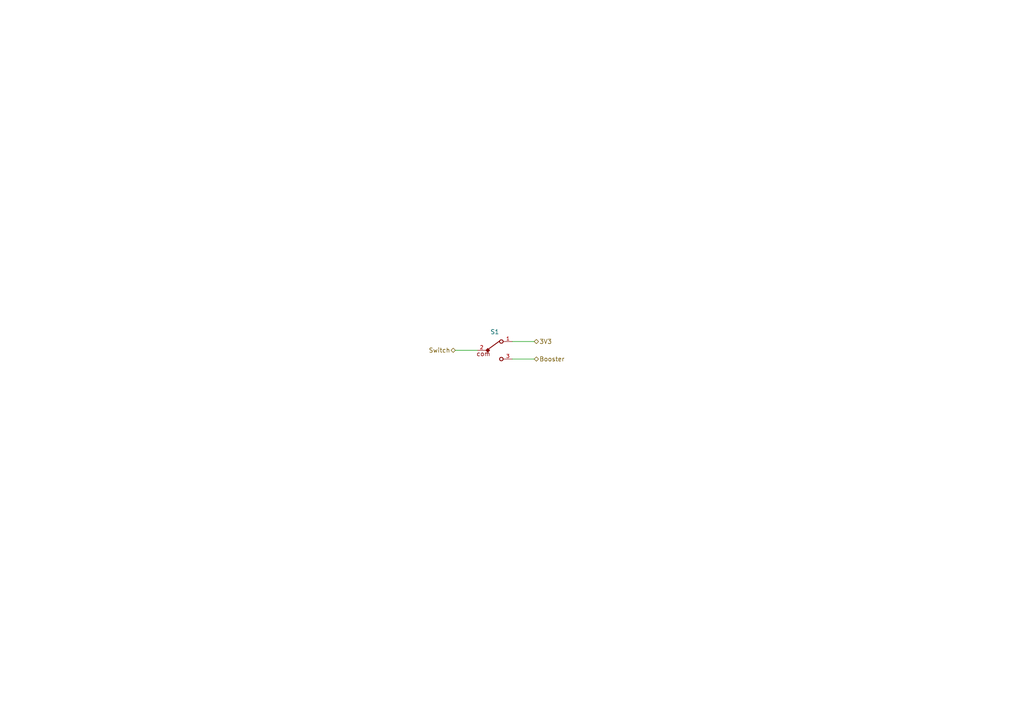
<source format=kicad_sch>
(kicad_sch (version 20231120) (generator "eeschema") (generator_version "8.0")
  (paper "A4")
  (lib_symbols
    (symbol "450406020024:450406020024" (pin_names (offset 1.016))
      (property "Reference" "S1" (at 0 5.334 0))
      (symbol "450406020024_0_0"
        (polyline (pts (xy -1.646 0.5) (xy 1.4 2.7)) (stroke (width 0.254)))
        (polyline (pts (xy -2.032 -0.508) (xy -2.54 0) (xy -2.032 0.508) (xy -1.524 0) (xy -2.032 -0.508)) (stroke (width 0.254)) (fill (type outline)))
        (circle (center 1.905 -2.54) (radius 0.508) (stroke (width 0.254)))
        (circle (center 1.905 2.54) (radius 0.508) (stroke (width 0.254)))
        (text "com" (at -3.302 -1.778 0) (effects (font (size 1.27 1.27)) (justify bottom)))
        (pin passive line (at 5.08 2.54 180) (length 2.54) (name "~") (number "1"))
        (pin passive line (at -5.08 0 0) (length 2.54) (name "~") (number "2"))
        (pin passive line (at 5.08 -2.54 180) (length 2.54) (name "~") (number "3"))
      )
    )
  )
  (wire (pts (xy 148.59 99.06) (xy 154.94 99.06)))
  (wire (pts (xy 132.08 101.6) (xy 138.43 101.6)))
  (wire (pts (xy 148.59 104.14) (xy 154.94 104.14)))
  (hierarchical_label "Booster" (shape bidirectional) (at 154.94 104.14 0))
  (hierarchical_label "3V3" (shape bidirectional) (at 154.94 99.06 0))
  (hierarchical_label "Switch" (shape bidirectional) (at 132.08 101.6 180))
  (symbol (lib_id "450406020024:450406020024") (at 143.51 101.6 0) (unit 1)
    (property "Reference" "S1" (at 143.51 96.266 0))
    (property "Value" "450406020024" (effects (hide yes)))
    (property "Footprint" "Custom footprints:450406020024" (effects (hide yes)))
    (property "IR" "300mA" (effects (hide yes)))
    (property "VR" "6V (DC)" (effects (hide yes)))
    (property "DATASHEET-URL" "https://www.we-online.com/redexpert/spec/450406020024?ae" (effects (hide yes)))
    (property "SCHEMATIC" "SPDT" (effects (hide yes)))
    (property "PART-NUMBER" "450406020024" (effects (hide yes)))
    (property "OPERATION-FORCE" "350g" (effects (hide yes)))
  )
)
</source>
